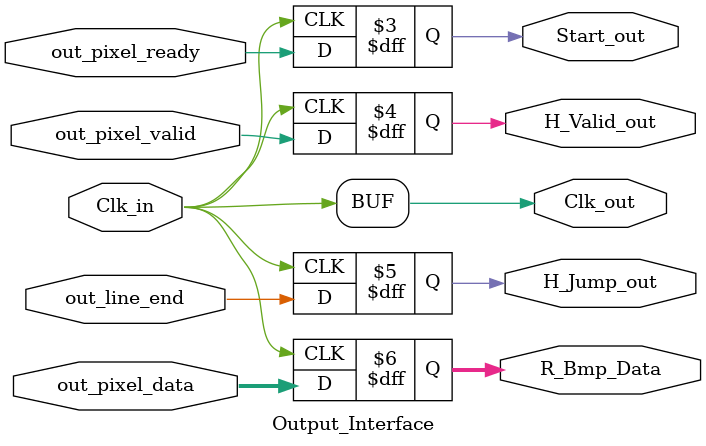
<source format=v>
`timescale 1ns/1ps


module Output_Interface(
    input  wire        Clk_in,             // Input system clock (from Read_Controller)
    input  wire        out_pixel_ready,    // Indicates the first pixel of the rotated image
    input  wire        out_pixel_valid,    // High during each valid pixel period
    input  wire        out_line_end,       // High for one cycle at the end of each output row
    input  wire [23:0] out_pixel_data,     // 24-bit RGB pixel data from Read_Controller

    output wire        Clk_out,            // Forwarded clock to Top_TB for data collection
    output reg         Start_out,          // Output start-of-frame pulse (one cycle)
    output reg         H_Valid_out,        // Output pixel-valid signal
    output reg         H_Jump_out,         // Output end-of-line pulse
    output reg  [23:0] R_Bmp_Data          // Output rotated RGB pixel data
);

    // ------------------------------------------------------------------------
    // Simply forward the input clock to the output clock port.
    // This ensures that Top_TB sees the same timing reference.
    // ------------------------------------------------------------------------
    assign Clk_out = Clk_in;

    // ------------------------------------------------------------------------
    // Initialize all output registers to zero at simulation start.
    // ------------------------------------------------------------------------
    initial begin
        Start_out    = 0;
        H_Valid_out  = 0;
        H_Jump_out   = 0;
        R_Bmp_Data   = 0;
    end

    // ------------------------------------------------------------------------
    // On each rising edge of Clk_in:
    //  - Sample the incoming rotated-pixel handshake and data signals
    //    and register them to the output ports.
    //  - This provides one-cycle synchronization to the Top-level Testbench.
    // ------------------------------------------------------------------------
    always @(posedge Clk_in) begin
        Start_out   <= out_pixel_ready;  // Propagate the start-of-frame marker
        H_Valid_out <= out_pixel_valid;  // Propagate pixel-valid for each RGB sample
        H_Jump_out  <= out_line_end;     // Propagate end-of-line marker
        R_Bmp_Data  <= out_pixel_data;   // Propagate the 24-bit rotated pixel
    end

endmodule

</source>
